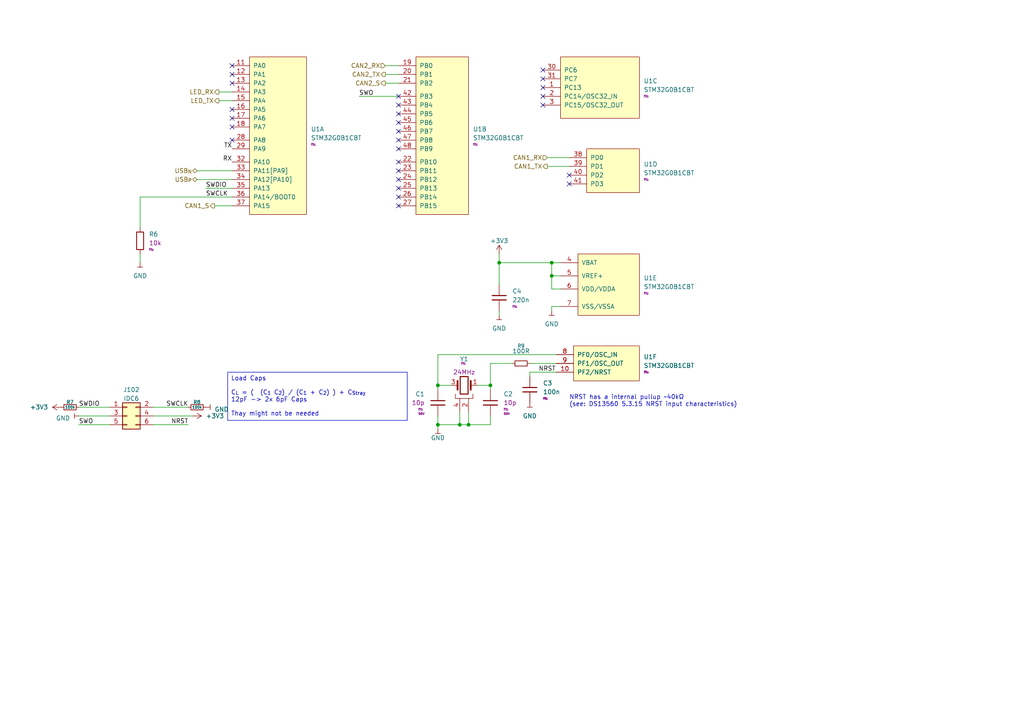
<source format=kicad_sch>
(kicad_sch (version 20250114) (generator "eeschema") (generator_version "9.0")
  (paper "A4")
  (title_block (title "MCU") (date "2023-06-16") (rev "R${release}") (company "${company}") (comment 1 "${release_state}") (comment 2 "${prefix}-S${type_number}-R${release}-V${sch_variant}-C${sch_ci}") (comment 3 "hardware/${prefix}-S${type_number}_${short_desciption}"))
  (lib_symbols
    (symbol "Bluesat:R_CompactV" (pin_numbers (hide yes)) (pin_names (offset 0.254) (hide yes))
      (property "Reference" "R" (at -0.889 0 90))
      (property "Value" "R_CompactV" (at 0 0 90))
      (symbol "R_CompactV_0_1"
        (rectangle (start -0.762 1.778) (end 0.762 -1.778) (stroke (width 0.2032)))
      )
      (symbol "R_CompactV_1_1"
        (pin passive line (at 0 2.54 270) (length 0.762) (name "~") (number "1"))
        (pin passive line (at 0 -2.54 90) (length 0.762) (name "~") (number "2"))
      )
    )
    (symbol "Cap_5Percent_E24_0603_C0G_50V_-40C-125C:6p2_0603_C0G_5%_50V_-40C..125C_Chip-Capacitor" (pin_numbers (hide yes)) (pin_names (offset 0.254))
      (property "Reference" "C" (at 0.635 2.54 0))
      (property "DisplayValue" "6p2" (at 0.635 -2.54 0))
      (property "Fit" "fit: " (at 7.62 -3.81 0))
      (property "CapRatedVoltage" "50V" (at 0 0 0))
      (symbol "6p2_0603_C0G_5%_50V_-40C..125C_Chip-Capacitor_0_1"
        (polyline (pts (xy -2.032 0.635) (xy 2.032 0.635)) (stroke (width 0.3048)))
        (polyline (pts (xy -2.032 -0.635) (xy 2.032 -0.635)) (stroke (width 0.3048)))
      )
      (symbol "6p2_0603_C0G_5%_50V_-40C..125C_Chip-Capacitor_1_1"
        (pin passive line (at 0 3.81 270) (length 3.2004) (name "~") (number "1"))
        (pin passive line (at 0 -3.81 90) (length 2.9972) (name "~") (number "2"))
      )
    )
    (symbol "Connector_Generic:Conn_02x03_Odd_Even" (pin_names (offset 1.016) (hide yes))
      (property "Reference" "J" (at 1.27 5.08 0))
      (property "Value" "Conn_02x03_Odd_Even" (at 1.27 -5.08 0))
      (symbol "Conn_02x03_Odd_Even_1_1"
        (rectangle (start -1.27 3.81) (end 3.81 -3.81) (stroke (width 0.254)) (fill (type background)))
        (rectangle (start -1.27 2.667) (end 0 2.413) (stroke (width 0.1524)))
        (rectangle (start -1.27 0.127) (end 0 -0.127) (stroke (width 0.1524)))
        (rectangle (start -1.27 -2.413) (end 0 -2.667) (stroke (width 0.1524)))
        (rectangle (start 3.81 2.667) (end 2.54 2.413) (stroke (width 0.1524)))
        (rectangle (start 3.81 0.127) (end 2.54 -0.127) (stroke (width 0.1524)))
        (rectangle (start 3.81 -2.413) (end 2.54 -2.667) (stroke (width 0.1524)))
        (pin passive line (at -5.08 2.54 0) (length 3.81) (name "Pin_1") (number "1"))
        (pin passive line (at -5.08 0 0) (length 3.81) (name "Pin_3") (number "3"))
        (pin passive line (at -5.08 -2.54 0) (length 3.81) (name "Pin_5") (number "5"))
        (pin passive line (at 7.62 2.54 180) (length 3.81) (name "Pin_2") (number "2"))
        (pin passive line (at 7.62 0 180) (length 3.81) (name "Pin_4") (number "4"))
        (pin passive line (at 7.62 -2.54 180) (length 3.81) (name "Pin_6") (number "6"))
      )
    )
    (symbol "Device:R_Small" (pin_numbers (hide yes)) (pin_names (offset 0.254) (hide yes))
      (property "Reference" "R" (at 0 0 90))
      (property "Value" "R_Small" (at 1.778 0 90))
      (symbol "R_Small_0_1"
        (rectangle (start -0.762 1.778) (end 0.762 -1.778) (stroke (width 0.2032)))
      )
      (symbol "R_Small_1_1"
        (pin passive line (at 0 2.54 270) (length 0.762) (name "~") (number "1"))
        (pin passive line (at 0 -2.54 90) (length 0.762) (name "~") (number "2"))
      )
    )
    (symbol "Res_1Percent_E24_0603_100mW_-40C-90C:10k_0603_100mW_1%_E24_Chip-Resistor" (pin_numbers (hide yes)) (pin_names (offset 0))
      (property "Reference" "R" (at 2.032 0 90))
      (property "DisplayValue" "10k" (at -0.0254 -0.0508 90))
      (property "Fit" "fit: " (at 7.62 -3.81 0))
      (symbol "10k_0603_100mW_1%_E24_Chip-Resistor_0_1"
        (rectangle (start -1.016 -2.54) (end 1.016 2.54) (stroke (width 0.254)))
      )
      (symbol "10k_0603_100mW_1%_E24_Chip-Resistor_1_1"
        (pin passive line (at 0 3.81 270) (length 1.27) (name "~") (number "1"))
        (pin passive line (at 0 -3.81 90) (length 1.27) (name "~") (number "2"))
      )
    )
    (symbol "ST:STM32G0B1CBT" (pin_names (offset 1.016))
      (property "Reference" "U" (at 3.81 10.16 0))
      (property "Value" "STM32G0B1CBT" (at 0 -25.4 0))
      (property "Fit" "fit: " (at 6.35 10.16 0))
      (symbol "STM32G0B1CBT_1_1"
        (rectangle (start -8.89 24.13) (end 7.62 -21.59) (fill (type background)))
        (pin bidirectional line (at -13.97 21.59 0) (length 5.08) (name "PA0") (number "11"))
        (pin bidirectional line (at -13.97 19.05 0) (length 5.08) (name "PA1") (number "12"))
        (pin bidirectional line (at -13.97 16.51 0) (length 5.08) (name "PA2") (number "13"))
        (pin bidirectional line (at -13.97 13.97 0) (length 5.08) (name "PA3") (number "14"))
        (pin bidirectional line (at -13.97 11.43 0) (length 5.08) (name "PA4") (number "15"))
        (pin bidirectional line (at -13.97 8.89 0) (length 5.08) (name "PA5") (number "16"))
        (pin bidirectional line (at -13.97 6.35 0) (length 5.08) (name "PA6") (number "17"))
        (pin bidirectional line (at -13.97 3.81 0) (length 5.08) (name "PA7") (number "18"))
        (pin bidirectional line (at -13.97 0 0) (length 5.08) (name "PA8") (number "28"))
        (pin bidirectional line (at -13.97 -2.54 0) (length 5.08) (name "PA9") (number "29"))
        (pin bidirectional line (at -13.97 -6.35 0) (length 5.08) (name "PA10") (number "32"))
        (pin bidirectional line (at -13.97 -8.89 0) (length 5.08) (name "PA11[PA9]") (number "33"))
        (pin bidirectional line (at -13.97 -11.43 0) (length 5.08) (name "PA12[PA10]") (number "34"))
        (pin bidirectional line (at -13.97 -13.97 0) (length 5.08) (name "PA13") (number "35"))
        (pin bidirectional line (at -13.97 -16.51 0) (length 5.08) (name "PA14/BOOT0") (number "36"))
        (pin bidirectional line (at -13.97 -19.05 0) (length 5.08) (name "PA15") (number "37"))
      )
      (symbol "STM32G0B1CBT_2_1"
        (rectangle (start -7.62 22.86) (end 7.62 -22.86) (fill (type background)))
        (pin bidirectional line (at -12.7 20.32 0) (length 5.08) (name "PB0") (number "19"))
        (pin bidirectional line (at -12.7 17.78 0) (length 5.08) (name "PB1") (number "20"))
        (pin bidirectional line (at -12.7 15.24 0) (length 5.08) (name "PB2") (number "21"))
        (pin bidirectional line (at -12.7 11.43 0) (length 5.08) (name "PB3") (number "42"))
        (pin bidirectional line (at -12.7 8.89 0) (length 5.08) (name "PB4") (number "43"))
        (pin bidirectional line (at -12.7 6.35 0) (length 5.08) (name "PB5") (number "44"))
        (pin bidirectional line (at -12.7 3.81 0) (length 5.08) (name "PB6") (number "45"))
        (pin bidirectional line (at -12.7 1.27 0) (length 5.08) (name "PB7") (number "46"))
        (pin bidirectional line (at -12.7 -1.27 0) (length 5.08) (name "PB8") (number "47"))
        (pin bidirectional line (at -12.7 -3.81 0) (length 5.08) (name "PB9") (number "48"))
        (pin bidirectional line (at -12.7 -7.62 0) (length 5.08) (name "PB10") (number "22"))
        (pin bidirectional line (at -12.7 -10.16 0) (length 5.08) (name "PB11") (number "23"))
        (pin bidirectional line (at -12.7 -12.7 0) (length 5.08) (name "PB12") (number "24"))
        (pin bidirectional line (at -12.7 -15.24 0) (length 5.08) (name "PB13") (number "25"))
        (pin bidirectional line (at -12.7 -17.78 0) (length 5.08) (name "PB14") (number "26"))
        (pin bidirectional line (at -12.7 -20.32 0) (length 5.08) (name "PB15") (number "27"))
      )
      (symbol "STM32G0B1CBT_3_1"
        (rectangle (start -11.43 8.89) (end 11.43 -8.89) (fill (type background)))
        (pin bidirectional line (at -16.51 5.08 0) (length 5.08) (name "PC6") (number "30"))
        (pin bidirectional line (at -16.51 2.54 0) (length 5.08) (name "PC7") (number "31"))
        (pin bidirectional line (at -16.51 0 0) (length 5.08) (name "PC13") (number "1"))
        (pin bidirectional line (at -16.51 -2.54 0) (length 5.08) (name "PC14/OSC32_IN") (number "2"))
        (pin bidirectional line (at -16.51 -5.08 0) (length 5.08) (name "PC15/OSC32_OUT") (number "3"))
      )
      (symbol "STM32G0B1CBT_4_1"
        (rectangle (start -7.62 6.35) (end 7.62 -6.35) (fill (type background)))
        (pin bidirectional line (at -12.7 3.81 0) (length 5.08) (name "PD0") (number "38"))
        (pin bidirectional line (at -12.7 1.27 0) (length 5.08) (name "PD1") (number "39"))
        (pin bidirectional line (at -12.7 -1.27 0) (length 5.08) (name "PD2") (number "40"))
        (pin bidirectional line (at -12.7 -3.81 0) (length 5.08) (name "PD3") (number "41"))
      )
      (symbol "STM32G0B1CBT_5_1"
        (rectangle (start -8.89 8.89) (end 8.89 -8.89) (fill (type background)))
        (pin power_in line (at -13.97 6.35 0) (length 5.08) (name "VBAT") (number "4"))
        (pin power_in line (at -13.97 2.54 0) (length 5.08) (name "VREF+") (number "5"))
        (pin power_in line (at -13.97 -1.27 0) (length 5.08) (name "VDD/VDDA") (number "6"))
        (pin power_in line (at -13.97 -6.35 0) (length 5.08) (name "VSS/VSSA") (number "7"))
      )
      (symbol "STM32G0B1CBT_6_1"
        (rectangle (start -10.16 5.08) (end 8.89 -5.08) (fill (type background)))
        (pin bidirectional line (at -15.24 2.54 0) (length 5.08) (name "PF0/OSC_IN") (number "8"))
        (pin bidirectional line (at -15.24 0 0) (length 5.08) (name "PF1/OSC_OUT") (number "9"))
        (pin bidirectional line (at -15.24 -2.54 0) (length 5.08) (name "PF2/NRST") (number "10"))
      )
    )
    (symbol "multicomp:100n" (pin_numbers (hide yes)) (pin_names (offset 0.254))
      (property "Reference" "C" (at 0.635 2.54 0))
      (property "Value" "100n" (at 0.635 -2.54 0))
      (property "Fit" "fit: " (at 7.62 -3.81 0))
      (symbol "100n_0_1"
        (polyline (pts (xy -2.032 0.635) (xy 2.032 0.635)) (stroke (width 0.3048)))
        (polyline (pts (xy -2.032 -0.635) (xy 2.032 -0.635)) (stroke (width 0.3048)))
      )
      (symbol "100n_1_1"
        (pin passive line (at 0 3.81 270) (length 3.2004) (name "~") (number "1"))
        (pin passive line (at 0 -3.81 90) (length 2.9972) (name "~") (number "2"))
      )
    )
    (symbol "powerport:+3V3" (power) (pin_names (offset 0))
      (property "Value" "+3V3" (at 0 3.556 0))
      (symbol "+3V3_0_1"
        (polyline (pts (xy -0.762 1.27) (xy 0 2.54)))
        (polyline (pts (xy 0 2.54) (xy 0.762 1.27)))
        (polyline (pts (xy 0 0) (xy 0 2.54)))
      )
      (symbol "+3V3_1_1"
        (pin power_in line (at 0 0 90) (length 0) (hide yes) (name "+3V3") (number "1"))
      )
    )
    (symbol "powerport:GND" (power) (pin_names (offset 0))
      (property "Value" "GND" (at 0 -2.54 0))
      (symbol "GND_0_1"
        (polyline (pts (xy -0.762 -1.27) (xy 0.762 -1.27)))
        (polyline (pts (xy 0 0) (xy 0 -1.27)))
      )
      (symbol "GND_1_1"
        (pin power_in line (at 0 0 270) (length 0) (hide yes) (name "GND") (number "1"))
      )
    )
    (symbol "wuerth:830108313809" (pin_names (offset 1.016) (hide yes))
      (property "Reference" "Y" (at 1.27 3.81 0))
      (property "Fit" "fit: " (at 7.62 -3.81 0))
      (property "DisplayName" "8MHz" (at 0 0 0))
      (symbol "830108313809_0_1"
        (polyline (pts (xy -2.54 2.54) (xy -3.81 2.54) (xy -3.81 -2.54) (xy -2.54 -2.54)))
        (rectangle (start -2.54 -1.143) (end 2.54 1.143) (stroke (width 0.3048)))
        (polyline (pts (xy 0 2.54) (xy 0 1.905)))
        (polyline (pts (xy 0 -2.54) (xy 0 -1.905)))
        (polyline (pts (xy 1.27 1.905) (xy -1.27 1.905)) (stroke (width 0.508)))
        (polyline (pts (xy 1.27 -1.905) (xy -1.27 -1.905)) (stroke (width 0.508)))
      )
      (symbol "830108313809_1_1"
        (pin passive line (at -7.62 1.27 0) (length 3.81) (name "GND") (number "2"))
        (pin passive line (at -7.62 -1.27 0) (length 3.81) (name "GND") (number "4"))
        (pin passive line (at 0 3.81 270) (length 1.27) (name "C_{1}") (number "1"))
        (pin passive line (at 0 -3.81 90) (length 1.27) (name "C_{2}") (number "3"))
      )
    )
  )
  (text "NRST has a internal pullup ~40kΩ\n(see: DS13560 5.3.15 NRST input characteristics)" (at 165.1 118.11 0) (effects (font (size 1.27 1.27)) (justify left bottom)))
  (text_box "Load Caps\n\nC_{L} = (  (C_{1} C_{2}) / (C_{1} + C_{2}) ) + C_{Stray}\n12pF -> 2x 6pF Caps\n\nThay might not be needed" (at 66.04 107.95 0) (size 52.07 13.97) (margins 0.9525 0.9525 0.9525 0.9525) (effects (font (size 1.27 1.27)) (justify left top)))
  (junction (at 160.02 80.01))
  (junction (at 127 111.76))
  (junction (at 142.24 111.76))
  (junction (at 160.02 76.2))
  (junction (at 144.78 76.2))
  (junction (at 127 123.19))
  (junction (at 133.35 123.19))
  (junction (at 135.89 123.19))
  (no_connect (at 157.48 27.94))
  (no_connect (at 115.57 57.15))
  (no_connect (at 67.31 40.64))
  (no_connect (at 157.48 22.86))
  (no_connect (at 115.57 38.1))
  (no_connect (at 165.1 53.34))
  (no_connect (at 165.1 50.8))
  (no_connect (at 115.57 43.18))
  (no_connect (at 115.57 49.53))
  (no_connect (at 157.48 25.4))
  (no_connect (at 115.57 27.94))
  (no_connect (at 67.31 19.05))
  (no_connect (at 67.31 34.29))
  (no_connect (at 115.57 35.56))
  (no_connect (at 157.48 20.32))
  (no_connect (at 115.57 33.02))
  (no_connect (at 115.57 54.61))
  (no_connect (at 115.57 40.64))
  (no_connect (at 115.57 30.48))
  (no_connect (at 67.31 24.13))
  (no_connect (at 67.31 31.75))
  (no_connect (at 115.57 59.69))
  (no_connect (at 67.31 21.59))
  (no_connect (at 67.31 36.83))
  (no_connect (at 115.57 46.99))
  (no_connect (at 115.57 52.07))
  (no_connect (at 157.48 30.48))
  (wire (pts (xy 142.24 123.19) (xy 142.24 120.65)))
  (wire (pts (xy 153.67 107.95) (xy 161.29 107.95)))
  (wire (pts (xy 63.5 26.67) (xy 67.31 26.67)))
  (wire (pts (xy 142.24 111.76) (xy 142.24 113.03)))
  (wire (pts (xy 111.76 19.05) (xy 115.57 19.05)))
  (wire (pts (xy 162.56 83.82) (xy 160.02 83.82)))
  (wire (pts (xy 62.23 59.69) (xy 67.31 59.69)))
  (wire (pts (xy 40.64 73.66) (xy 40.64 76.2)))
  (wire (pts (xy 40.64 57.15) (xy 40.64 66.04)))
  (wire (pts (xy 63.5 29.21) (xy 67.31 29.21)))
  (wire (pts (xy 133.35 123.19) (xy 135.89 123.19)))
  (wire (pts (xy 127 111.76) (xy 127 113.03)))
  (wire (pts (xy 144.78 76.2) (xy 144.78 82.55)))
  (wire (pts (xy 158.75 45.72) (xy 165.1 45.72)))
  (wire (pts (xy 153.67 107.95) (xy 153.67 109.22)))
  (wire (pts (xy 133.35 119.38) (xy 133.35 123.19)))
  (wire (pts (xy 142.24 105.41) (xy 148.59 105.41)))
  (wire (pts (xy 135.89 123.19) (xy 142.24 123.19)))
  (wire (pts (xy 127 123.19) (xy 127 124.46)))
  (wire (pts (xy 160.02 88.9) (xy 162.56 88.9)))
  (wire (pts (xy 44.45 118.11) (xy 54.61 118.11)))
  (wire (pts (xy 59.69 54.61) (xy 67.31 54.61)))
  (wire (pts (xy 160.02 80.01) (xy 162.56 80.01)))
  (wire (pts (xy 22.86 118.11) (xy 31.75 118.11)))
  (wire (pts (xy 127 102.87) (xy 161.29 102.87)))
  (wire (pts (xy 127 111.76) (xy 127 102.87)))
  (wire (pts (xy 127 123.19) (xy 133.35 123.19)))
  (wire (pts (xy 153.67 105.41) (xy 161.29 105.41)))
  (wire (pts (xy 144.78 73.66) (xy 144.78 76.2)))
  (wire (pts (xy 160.02 83.82) (xy 160.02 80.01)))
  (wire (pts (xy 142.24 105.41) (xy 142.24 111.76)))
  (wire (pts (xy 138.43 111.76) (xy 142.24 111.76)))
  (wire (pts (xy 44.45 120.65) (xy 55.88 120.65)))
  (wire (pts (xy 160.02 76.2) (xy 162.56 76.2)))
  (wire (pts (xy 22.86 120.65) (xy 31.75 120.65)))
  (wire (pts (xy 57.15 49.53) (xy 67.31 49.53)))
  (wire (pts (xy 22.86 123.19) (xy 31.75 123.19)))
  (wire (pts (xy 158.75 48.26) (xy 165.1 48.26)))
  (wire (pts (xy 160.02 90.17) (xy 160.02 88.9)))
  (wire (pts (xy 104.14 27.94) (xy 115.57 27.94)))
  (wire (pts (xy 144.78 76.2) (xy 160.02 76.2)))
  (wire (pts (xy 135.89 119.38) (xy 135.89 123.19)))
  (wire (pts (xy 111.76 21.59) (xy 115.57 21.59)))
  (wire (pts (xy 127 120.65) (xy 127 123.19)))
  (wire (pts (xy 130.81 111.76) (xy 127 111.76)))
  (wire (pts (xy 160.02 80.01) (xy 160.02 76.2)))
  (wire (pts (xy 57.15 52.07) (xy 67.31 52.07)))
  (wire (pts (xy 111.76 24.13) (xy 115.57 24.13)))
  (wire (pts (xy 40.64 57.15) (xy 67.31 57.15)))
  (wire (pts (xy 144.78 90.17) (xy 144.78 91.44)))
  (wire (pts (xy 44.45 123.19) (xy 54.61 123.19)))
  (label "TX" (at 67.31 43.18 180))
  (label "SWCLK" (at 59.69 57.15 0))
  (label "SWCLK" (at 54.61 118.11 180))
  (label "RX" (at 67.31 46.99 180))
  (label "NRST" (at 156.21 107.95 0))
  (label "NRST" (at 54.61 123.19 180))
  (label "SWO" (at 22.86 123.19 0))
  (label "SWDIO" (at 59.69 54.61 0))
  (label "SWO" (at 104.14 27.94 0))
  (label "SWDIO" (at 22.86 118.11 0))
  (hierarchical_label "USB_{N}" (shape bidirectional) (at 57.15 49.53 180))
  (hierarchical_label "CAN1_S" (shape output) (at 62.23 59.69 180))
  (hierarchical_label "LED_TX" (shape output) (at 63.5 29.21 180))
  (hierarchical_label "CAN2_S" (shape output) (at 111.76 24.13 180))
  (hierarchical_label "CAN1_RX" (shape input) (at 158.75 45.72 180))
  (hierarchical_label "CAN2_RX" (shape input) (at 111.76 19.05 180))
  (hierarchical_label "LED_RX" (shape output) (at 63.5 26.67 180))
  (hierarchical_label "CAN1_TX" (shape output) (at 158.75 48.26 180))
  (hierarchical_label "USB_{P}" (shape bidirectional) (at 57.15 52.07 180))
  (hierarchical_label "CAN2_TX" (shape output) (at 111.76 21.59 180))
  (symbol (lib_id "powerport:GND") (at 144.78 91.44 0) (unit 1)
    (property "Reference" "#PWR022" (effects (hide yes)))
    (property "Value" "GND" (at 144.78 95.25 0))
  )
  (symbol (lib_id "ST:STM32G0B1CBT") (at 173.99 25.4 0) (unit 3)
    (property "Reference" "U1" (at 186.69 23.495 0) (effects (justify left)))
    (property "Value" "STM32G0B1CBT" (at 186.69 26.035 0) (effects (justify left)))
    (property "Footprint" "Package_QFP:LQFP-48_7x7mm_P0.5mm" (effects (hide yes)))
    (property "Datasheet" "$PTX_DATASHEETS/datasheets/Microcontroller/STW_stm32g0b1re.pdf" (effects (hide yes)))
    (property "Datasheet2" "$PTX_DATASHEETS/datasheets/Microcontroller/STW_stm32g0b1re_reference_maual.pdf" (effects (hide yes)))
    (property "Manufacturer" "ST" (effects (hide yes)))
    (property "MPN" "STM32G0B1CBT" (effects (hide yes)))
    (property "Fit" "fit: " (at 186.69 27.94 0) (effects (font (size 0.635 0.635)) (justify left)))
    (property "State" "reviewed" (effects (hide yes)))
    (property "Package" "LQFP48" (effects (hide yes)))
  )
  (symbol (lib_id "Cap_5Percent_E24_0603_C0G_50V_-40C-125C:6p2_0603_C0G_5%_50V_-40C..125C_Chip-Capacitor") (at 142.24 116.84 180) (unit 1)
    (property "Reference" "C2" (at 146.05 114.2873 0) (effects (justify right)))
    (property "Value" "10p" (effects (hide yes)))
    (property "Footprint" "Capacitor_SMD:C_0402_1005Metric" (effects (hide yes)))
    (property "MPN" "any" (effects (hide yes)))
    (property "Manufacturer" "any" (effects (hide yes)))
    (property "DisplayValue" "10p" (at 146.05 116.8273 0) (effects (justify right)))
    (property "Fit" "fit: " (at 146.05 118.7323 0) (effects (font (size 0.635 0.635)) (justify right)))
    (property "State" "legacy" (effects (hide yes)))
    (property "CapRatedVoltage" "50V" (at 146.05 120.0023 0) (effects (font (size 0.635 0.635)) (justify right)))
    (property "Package" "0402" (effects (hide yes)))
  )
  (symbol (lib_id "ST:STM32G0B1CBT") (at 177.8 49.53 0) (unit 4)
    (property "Reference" "U1" (at 186.69 47.625 0) (effects (justify left)))
    (property "Value" "STM32G0B1CBT" (at 186.69 50.165 0) (effects (justify left)))
    (property "Footprint" "Package_QFP:LQFP-48_7x7mm_P0.5mm" (effects (hide yes)))
    (property "Datasheet" "$PTX_DATASHEETS/datasheets/Microcontroller/STW_stm32g0b1re.pdf" (effects (hide yes)))
    (property "Datasheet2" "$PTX_DATASHEETS/datasheets/Microcontroller/STW_stm32g0b1re_reference_maual.pdf" (effects (hide yes)))
    (property "Manufacturer" "ST" (effects (hide yes)))
    (property "MPN" "STM32G0B1CBT" (effects (hide yes)))
    (property "Fit" "fit: " (at 186.69 52.07 0) (effects (font (size 0.635 0.635)) (justify left)))
    (property "State" "reviewed" (effects (hide yes)))
    (property "Package" "LQFP48" (effects (hide yes)))
  )
  (symbol (lib_id "powerport:GND") (at 153.67 116.84 0) (unit 1)
    (property "Reference" "#PWR020" (effects (hide yes)))
    (property "Value" "GND" (at 153.67 120.65 0))
  )
  (symbol (lib_id "powerport:+3V3") (at 144.78 73.66 0) (unit 1)
    (property "Reference" "#PWR021" (effects (hide yes)))
    (property "Value" "+3V3" (at 144.78 69.85 0))
  )
  (symbol (lib_id "Connector_Generic:Conn_02x03_Odd_Even") (at 36.83 120.65 0) (unit 1)
    (property "Reference" "J102" (at 38.1 113.03 0))
    (property "Value" "IDC6" (at 38.1 115.57 0))
    (property "Footprint" "Bluesat:IDC6" (effects (hide yes)))
    (property "Description" "Generic connector, double row, 02x03, odd/even pin numbering scheme (row 1 odd numbers, row 2 even numbers), script generated (kicad-library-utils/schlib/autogen/connector/)" (effects (hide yes)))
  )
  (symbol (lib_id "powerport:+3V3") (at 55.88 120.65 270) (unit 1)
    (property "Reference" "#PWR016" (effects (hide yes)))
    (property "Value" "+3V3" (at 59.69 120.6499 90) (effects (justify left)))
  )
  (symbol (lib_id "powerport:GND") (at 22.86 120.65 270) (unit 1)
    (property "Reference" "#PWR015" (effects (hide yes)))
    (property "Value" "GND" (at 20.32 121.285 90) (effects (justify right)))
  )
  (symbol (lib_id "Device:R_Small") (at 151.13 105.41 90) (unit 1)
    (property "Reference" "R9" (at 151.13 100.33 90) (effects (font (size 1.016 1.016))))
    (property "Value" "100R" (at 151.13 101.854 90))
    (property "Footprint" "Resistor_SMD:R_0402_1005Metric" (effects (hide yes)))
    (property "Description" "Resistor, small symbol" (effects (hide yes)))
  )
  (symbol (lib_id "ST:STM32G0B1CBT") (at 176.53 105.41 0) (unit 6)
    (property "Reference" "U1" (at 186.69 103.505 0) (effects (justify left)))
    (property "Value" "STM32G0B1CBT" (at 186.69 106.045 0) (effects (justify left)))
    (property "Footprint" "Package_QFP:LQFP-48_7x7mm_P0.5mm" (effects (hide yes)))
    (property "Datasheet" "$PTX_DATASHEETS/datasheets/Microcontroller/STW_stm32g0b1re.pdf" (effects (hide yes)))
    (property "Datasheet2" "$PTX_DATASHEETS/datasheets/Microcontroller/STW_stm32g0b1re_reference_maual.pdf" (effects (hide yes)))
    (property "Manufacturer" "ST" (effects (hide yes)))
    (property "MPN" "STM32G0B1CBT" (effects (hide yes)))
    (property "Fit" "fit: " (at 186.69 107.95 0) (effects (font (size 0.635 0.635)) (justify left)))
    (property "State" "reviewed" (effects (hide yes)))
    (property "Package" "LQFP48" (effects (hide yes)))
  )
  (symbol (lib_id "multicomp:100n") (at 144.78 86.36 0) (unit 1)
    (property "Reference" "C4" (at 148.59 84.4677 0) (effects (justify left)))
    (property "Value" "220n" (at 148.59 87.0077 0) (effects (justify left)))
    (property "Footprint" "Capacitor_SMD:C_0402_1005Metric" (effects (hide yes)))
    (property "Datasheet" "http://www.farnell.com/datasheets/1901289.pdf" (effects (hide yes)))
    (property "MPN" "MC0603B104K500CT" (effects (hide yes)))
    (property "Manufacturer" "Multicomp" (effects (hide yes)))
    (property "Fit" "fit: " (at 148.59 88.9127 0) (effects (font (size 0.635 0.635)) (justify left)))
    (property "State" "legacy" (effects (hide yes)))
    (property "Package" "0402" (effects (hide yes)))
  )
  (symbol (lib_id "Res_1Percent_E24_0603_100mW_-40C-90C:10k_0603_100mW_1%_E24_Chip-Resistor") (at 40.64 69.85 0) (unit 1)
    (property "Reference" "R6" (at 43.18 67.945 0) (effects (justify left)))
    (property "Value" "10K" (effects (hide yes)))
    (property "Footprint" "Resistor_SMD:R_0402_1005Metric" (effects (hide yes)))
    (property "MPN" "any" (effects (hide yes)))
    (property "Manufacturer" "any" (effects (hide yes)))
    (property "DisplayValue" "10k" (at 43.18 70.485 0) (effects (justify left)))
    (property "Fit" "fit: " (at 43.18 72.39 0) (effects (font (size 0.635 0.635)) (justify left)))
    (property "State" "legacy" (effects (hide yes)))
    (property "Package" "0402" (effects (hide yes)))
  )
  (symbol (lib_id "powerport:GND") (at 160.02 90.17 0) (unit 1)
    (property "Reference" "#PWR024" (effects (hide yes)))
    (property "Value" "GND" (at 160.02 93.98 0))
  )
  (symbol (lib_id "Bluesat:R_CompactV") (at 20.32 118.11 270) (unit 1)
    (property "Reference" "R7" (at 20.32 117.221 90) (effects (font (size 1.016 1.016)) (justify bottom)))
    (property "Value" "100k" (at 20.32 118.11 90) (effects (font (size 0.762 0.762))))
    (property "Footprint" "Resistor_SMD:R_0402_1005Metric" (effects (hide yes)))
    (property "Description" "Resistor, compact symbol" (effects (hide yes)))
  )
  (symbol (lib_id "powerport:GND") (at 40.64 76.2 0) (unit 1)
    (property "Reference" "#PWR018" (effects (hide yes)))
    (property "Value" "GND" (at 40.64 80.01 0))
  )
  (symbol (lib_id "ST:STM32G0B1CBT") (at 176.53 82.55 0) (unit 5)
    (property "Reference" "U1" (at 186.69 80.645 0) (effects (justify left)))
    (property "Value" "STM32G0B1CBT" (at 186.69 83.185 0) (effects (justify left)))
    (property "Footprint" "Package_QFP:LQFP-48_7x7mm_P0.5mm" (effects (hide yes)))
    (property "Datasheet" "$PTX_DATASHEETS/datasheets/Microcontroller/STW_stm32g0b1re.pdf" (effects (hide yes)))
    (property "Datasheet2" "$PTX_DATASHEETS/datasheets/Microcontroller/STW_stm32g0b1re_reference_maual.pdf" (effects (hide yes)))
    (property "Manufacturer" "ST" (effects (hide yes)))
    (property "MPN" "STM32G0B1CBT" (effects (hide yes)))
    (property "Fit" "fit: " (at 186.69 85.09 0) (effects (font (size 0.635 0.635)) (justify left)))
    (property "State" "reviewed" (effects (hide yes)))
    (property "Package" "LQFP48" (effects (hide yes)))
  )
  (symbol (lib_id "wuerth:830108313809") (at 134.62 111.76 270) (mirror x) (unit 1)
    (property "Reference" "Y1" (at 134.62 104.14 90))
    (property "Value" "830108313809" (effects (hide yes)))
    (property "Footprint" "Crystal:Crystal_SMD_2016-4Pin_2.0x1.6mm" (effects (hide yes)))
    (property "Datasheet" "$PTX_DATASHEETS/datasheets/Crystal/WE_830108313809_8MHz.pdf" (effects (hide yes)))
    (property "Manufacturer" "Würth Elektronik" (effects (hide yes)))
    (property "MPN" "830108313809" (effects (hide yes)))
    (property "Fit" "fit: " (at 134.62 105.41 90) (effects (font (size 0.635 0.635))))
    (property "State" "reviewed" (effects (hide yes)))
    (property "Package" "SMD 4Pin Crystal 3.2mm" (effects (hide yes)))
    (property "DisplayName" "24MHz" (at 134.62 107.95 90))
  )
  (symbol (lib_id "ST:STM32G0B1CBT") (at 128.27 39.37 0) (unit 2)
    (property "Reference" "U1" (at 137.16 37.465 0) (effects (justify left)))
    (property "Value" "STM32G0B1CBT" (at 137.16 40.005 0) (effects (justify left)))
    (property "Footprint" "Package_QFP:LQFP-48_7x7mm_P0.5mm" (effects (hide yes)))
    (property "Datasheet" "$PTX_DATASHEETS/datasheets/Microcontroller/STW_stm32g0b1re.pdf" (effects (hide yes)))
    (property "Datasheet2" "$PTX_DATASHEETS/datasheets/Microcontroller/STW_stm32g0b1re_reference_maual.pdf" (effects (hide yes)))
    (property "Manufacturer" "ST" (effects (hide yes)))
    (property "MPN" "STM32G0B1CBT" (effects (hide yes)))
    (property "Fit" "fit: " (at 137.16 41.91 0) (effects (font (size 0.635 0.635)) (justify left)))
    (property "State" "reviewed" (effects (hide yes)))
    (property "Package" "LQFP48" (effects (hide yes)))
  )
  (symbol (lib_id "Bluesat:R_CompactV") (at 57.15 118.11 270) (unit 1)
    (property "Reference" "R8" (at 57.15 117.221 90) (effects (font (size 1.016 1.016)) (justify bottom)))
    (property "Value" "100k" (at 57.15 118.11 90) (effects (font (size 0.762 0.762))))
    (property "Footprint" "Resistor_SMD:R_0402_1005Metric" (effects (hide yes)))
    (property "Description" "Resistor, compact symbol" (effects (hide yes)))
  )
  (symbol (lib_id "multicomp:100n") (at 153.67 113.03 0) (unit 1)
    (property "Reference" "C3" (at 157.48 111.1377 0) (effects (justify left)))
    (property "Value" "100n" (at 157.48 113.6777 0) (effects (justify left)))
    (property "Footprint" "Capacitor_SMD:C_0402_1005Metric" (effects (hide yes)))
    (property "Datasheet" "http://www.farnell.com/datasheets/1901289.pdf" (effects (hide yes)))
    (property "MPN" "MC0603B104K500CT" (effects (hide yes)))
    (property "Manufacturer" "Multicomp" (effects (hide yes)))
    (property "Fit" "fit: " (at 157.48 115.5827 0) (effects (font (size 0.635 0.635)) (justify left)))
    (property "State" "legacy" (effects (hide yes)))
    (property "Package" "0603" (effects (hide yes)))
  )
  (symbol (lib_id "powerport:GND") (at 127 124.46 0) (unit 1)
    (property "Reference" "#PWR019" (effects (hide yes)))
    (property "Value" "GND" (at 127 127 0))
  )
  (symbol (lib_id "powerport:GND") (at 59.69 118.11 90) (mirror x) (unit 1)
    (property "Reference" "#PWR0201" (effects (hide yes)))
    (property "Value" "GND" (at 62.23 118.745 90) (effects (justify right)))
  )
  (symbol (lib_id "Cap_5Percent_E24_0603_C0G_50V_-40C-125C:6p2_0603_C0G_5%_50V_-40C..125C_Chip-Capacitor") (at 127 116.84 180) (unit 1)
    (property "Reference" "C1" (at 123.19 114.2873 0) (effects (justify left)))
    (property "Value" "10p" (effects (hide yes)))
    (property "Footprint" "Capacitor_SMD:C_0402_1005Metric" (effects (hide yes)))
    (property "MPN" "any" (effects (hide yes)))
    (property "Manufacturer" "any" (effects (hide yes)))
    (property "DisplayValue" "10p" (at 123.19 116.8273 0) (effects (justify left)))
    (property "Fit" "fit: " (at 123.19 118.7323 0) (effects (font (size 0.635 0.635)) (justify left)))
    (property "State" "legacy" (effects (hide yes)))
    (property "CapRatedVoltage" "50V" (at 123.19 120.0023 0) (effects (font (size 0.635 0.635)) (justify left)))
    (property "Package" "0402" (effects (hide yes)))
  )
  (symbol (lib_id "ST:STM32G0B1CBT") (at 81.28 40.64 0) (unit 1)
    (property "Reference" "U1" (at 90.17 37.465 0) (effects (justify left)))
    (property "Value" "STM32G0B1CBT" (at 90.17 40.005 0) (effects (justify left)))
    (property "Footprint" "Package_QFP:LQFP-48_7x7mm_P0.5mm" (effects (hide yes)))
    (property "Datasheet" "$PTX_DATASHEETS/datasheets/Microcontroller/STW_stm32g0b1re.pdf" (effects (hide yes)))
    (property "Datasheet2" "$PTX_DATASHEETS/datasheets/Microcontroller/STW_stm32g0b1re_reference_maual.pdf" (effects (hide yes)))
    (property "Manufacturer" "ST" (effects (hide yes)))
    (property "MPN" "STM32G0B1CBT" (effects (hide yes)))
    (property "Fit" "fit: " (at 90.17 41.91 0) (effects (font (size 0.635 0.635)) (justify left)))
    (property "State" "reviewed" (effects (hide yes)))
    (property "Package" "LQFP48" (effects (hide yes)))
  )
  (symbol (lib_id "powerport:+3V3") (at 17.78 118.11 90) (mirror x) (unit 1)
    (property "Reference" "#PWR0202" (effects (hide yes)))
    (property "Value" "+3V3" (at 13.97 118.1099 90) (effects (justify left)))
  )
)
</source>
